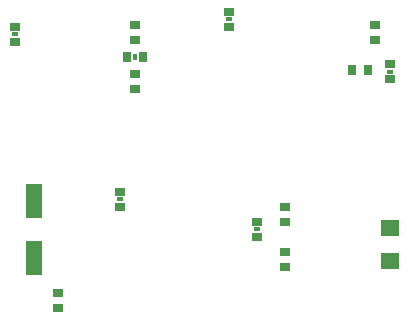
<source format=gbp>
G75*
%MOIN*%
%OFA0B0*%
%FSLAX24Y24*%
%IPPOS*%
%LPD*%
%AMOC8*
5,1,8,0,0,1.08239X$1,22.5*
%
%ADD10R,0.0354X0.0276*%
%ADD11R,0.0236X0.0157*%
%ADD12R,0.0276X0.0354*%
%ADD13R,0.0551X0.1181*%
%ADD14R,0.0630X0.0551*%
%ADD15R,0.0157X0.0236*%
D10*
X006698Y003369D03*
X006698Y003881D03*
X008760Y006744D03*
X008760Y007256D03*
X009260Y010682D03*
X009260Y011193D03*
X009260Y012307D03*
X009260Y012818D03*
X012385Y012744D03*
X012385Y013256D03*
X017260Y012818D03*
X017260Y012307D03*
X017760Y011506D03*
X017760Y010994D03*
X014260Y006756D03*
X014260Y006244D03*
X013323Y006256D03*
X013323Y005744D03*
X014260Y005256D03*
X014260Y004744D03*
X005260Y012244D03*
X005260Y012756D03*
D11*
X005260Y012500D03*
X008760Y007000D03*
X013323Y006000D03*
X017760Y011250D03*
X012385Y013000D03*
D12*
X009516Y011750D03*
X009004Y011750D03*
X016504Y011313D03*
X017016Y011313D03*
D13*
X005885Y005055D03*
X005885Y006945D03*
D14*
X017760Y006051D03*
X017760Y004949D03*
D15*
X009260Y011750D03*
M02*

</source>
